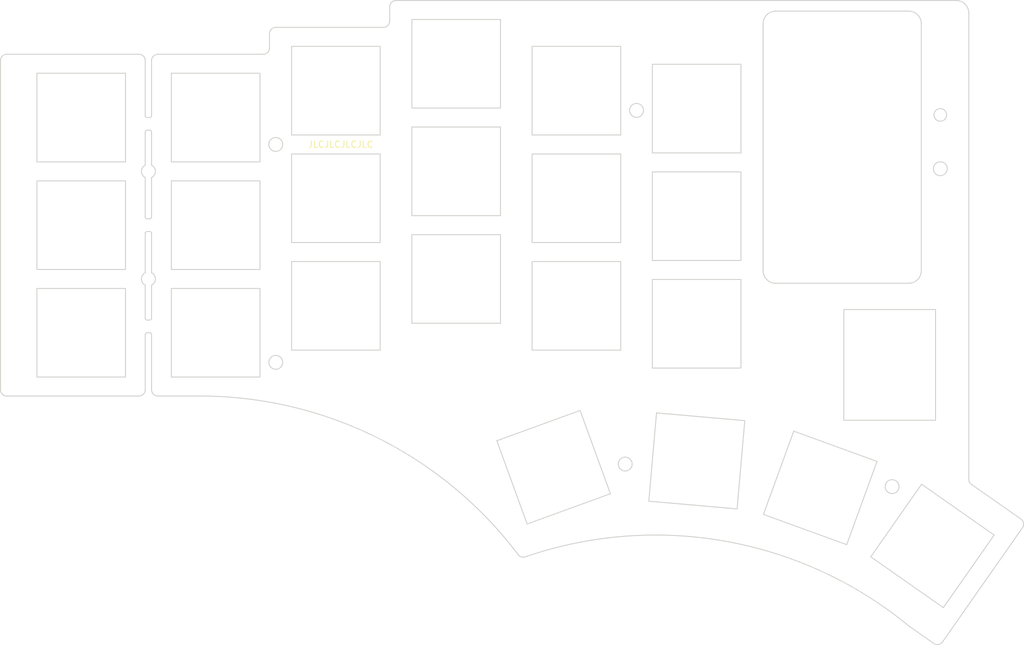
<source format=kicad_pcb>

            
(kicad_pcb (version 20221018) (generator pcbnew)

  (general
    (thickness 1.6)
  )

  (paper "A3")
  (title_block
    (title "porcupine_top_plate_vertical_scroll")
    (rev "v2.0.1")
    (company "Anarion")
  )

  (layers
    (0 "F.Cu" signal)
    (31 "B.Cu" signal)
    (32 "B.Adhes" user "B.Adhesive")
    (33 "F.Adhes" user "F.Adhesive")
    (34 "B.Paste" user)
    (35 "F.Paste" user)
    (36 "B.SilkS" user "B.Silkscreen")
    (37 "F.SilkS" user "F.Silkscreen")
    (38 "B.Mask" user)
    (39 "F.Mask" user)
    (40 "Dwgs.User" user "User.Drawings")
    (41 "Cmts.User" user "User.Comments")
    (42 "Eco1.User" user "User.Eco1")
    (43 "Eco2.User" user "User.Eco2")
    (44 "Edge.Cuts" user)
    (45 "Margin" user)
    (46 "B.CrtYd" user "B.Courtyard")
    (47 "F.CrtYd" user "F.Courtyard")
    (48 "B.Fab" user)
    (49 "F.Fab" user)
  )

  (setup
    (last_trace_width 0.25)
    (trace_clearance 0.2)
    (zone_clearance 0.508)
    (zone_45_only no)
    (trace_min 0.2)
    (via_size 0.8)
    (via_drill 0.4)
    (via_min_size 0.4)
    (via_min_drill 0.3)
    (uvia_size 0.3)
    (uvia_drill 0.1)
    (uvias_allowed no)
    (uvia_min_size 0.2)
    (uvia_min_drill 0.1)
    (edge_width 0.05)
    (segment_width 0.2)
    (pcb_text_width 0.3)
    (pcb_text_size 1.5 1.5)
    (mod_edge_width 0.12)
    (mod_text_size 1 1)
    (mod_text_width 0.15)
    (pad_size 1.524 1.524)
    (pad_drill 0.762)
    (pad_to_mask_clearance 0.05)
    (aux_axis_origin 0 0)
    (visible_elements FFFFFF7F)
    (pcbplotparams
      (layerselection 0x00010fc_ffffffff)
      (plot_on_all_layers_selection 0x0000000_00000000)
      (disableapertmacros false)
      (usegerberextensions false)
      (usegerberattributes true)
      (usegerberadvancedattributes true)
      (creategerberjobfile true)
      (dashed_line_dash_ratio 12.000000)
      (dashed_line_gap_ratio 3.000000)
      (svgprecision 6)
      (plotframeref false)
      (viasonmask false)
      (mode 1)
      (useauxorigin false)
      (hpglpennumber 1)
      (hpglpenspeed 20)
      (hpglpendiameter 15.000000)
      (dxfpolygonmode true)
      (dxfimperialunits true)
      (dxfusepcbnewfont true)
      (psnegative false)
      (psa4output false)
      (plotreference true)
      (plotvalue true)
      (plotinvisibletext false)
      (sketchpadsonfab false)
      (subtractmaskfromsilk false)
      (outputformat 1)
      (mirror false)
      (drillshape 1)
      (scaleselection 1)
      (outputdirectory "")
    )
  )

            (net 0 "")
            
  (net_class Default "This is the default net class."
    (clearance 0.2)
    (trace_width 0.25)
    (via_dia 0.8)
    (via_drill 0.4)
    (uvia_dia 0.3)
    (uvia_drill 0.1)
    (add_net "")
  )

            
  (net_class Power "This is the power net class."
    (clearance 0.2)
    (trace_width 0.5)
    (via_dia 0.8)
    (via_drill 0.4)
    (uvia_dia 0.3)
    (uvia_drill 0.1)
    
  )

            
            (gr_text "JLCJLCJLCJLC" (at 185.75 120.25 0) (layer F.SilkS)
                (effects (font (size 1 1) (thickness 0.15) ) (justify left))
            )
        
            (gr_line (start 138.25 160) (end 159.125 160) (layer "Edge.Cuts") (width 0.15))
(gr_line (start 162.125 160) (end 168.74803921568628 160) (layer "Edge.Cuts") (width 0.15))
(gr_line (start 138.25 106) (end 159.125 106) (layer "Edge.Cuts") (width 0.15))
(gr_line (start 162.125 106) (end 178.75 106) (layer "Edge.Cuts") (width 0.15))
(gr_line (start 180.75 101.75) (end 197.75 101.75) (layer "Edge.Cuts") (width 0.15))
(gr_line (start 179.75 105) (end 179.75 102.75) (layer "Edge.Cuts") (width 0.15))
(gr_line (start 199.75 97.5) (end 288.25 97.5) (layer "Edge.Cuts") (width 0.15))
(gr_line (start 198.75 100.75) (end 198.75 98.5) (layer "Edge.Cuts") (width 0.15))
(gr_line (start 137.25 159) (end 137.25 107) (layer "Edge.Cuts") (width 0.15))
(gr_line (start 290.6764236 173.965851065496) (end 298.4777653965948 179.42840939297417) (layer "Edge.Cuts") (width 0.15))
(gr_line (start 286.10465934518083 198.842482747364) (end 298.7233409965948 180.82113779297424) (layer "Edge.Cuts") (width 0.15))
(gr_line (start 284.7119309451809 199.08805844736403) (end 280.84878675533037 196.38305586379494) (layer "Edge.Cuts") (width 0.15))
(gr_line (start 160.425 148) (end 160.825 148) (layer "Edge.Cuts") (width 0.15))
(gr_line (start 161.125 147.7) (end 161.125 142.4797959) (layer "Edge.Cuts") (width 0.15))
(gr_line (start 161.125 140.5202041) (end 161.125 134.3) (layer "Edge.Cuts") (width 0.15))
(gr_line (start 160.825 134) (end 160.425 134) (layer "Edge.Cuts") (width 0.15))
(gr_line (start 160.125 134.3) (end 160.125 140.5202041) (layer "Edge.Cuts") (width 0.15))
(gr_line (start 160.125 142.4797959) (end 160.125 147.7) (layer "Edge.Cuts") (width 0.15))
(gr_arc (start 160.825 148) (mid 161.03713203435595 147.91213203435595) (end 161.125 147.7) (layer "Edge.Cuts") (width 0.15))
(gr_arc (start 161.125 134.3) (mid 161.03713203435595 134.08786796564405) (end 160.825 134) (layer "Edge.Cuts") (width 0.15))
(gr_arc (start 160.425 134) (mid 160.21286796564405 134.08786796564405) (end 160.125 134.3) (layer "Edge.Cuts") (width 0.15))
(gr_arc (start 160.125 147.7) (mid 160.21286796564405 147.91213203435595) (end 160.425 148) (layer "Edge.Cuts") (width 0.15))
(gr_line (start 160.425 132) (end 160.825 132) (layer "Edge.Cuts") (width 0.15))
(gr_line (start 161.125 131.7) (end 161.125 125.4797959) (layer "Edge.Cuts") (width 0.15))
(gr_line (start 161.125 123.5202041) (end 161.125 118.3) (layer "Edge.Cuts") (width 0.15))
(gr_line (start 160.825 118) (end 160.425 118) (layer "Edge.Cuts") (width 0.15))
(gr_line (start 160.125 118.3) (end 160.125 123.5202041) (layer "Edge.Cuts") (width 0.15))
(gr_line (start 160.125 125.4797959) (end 160.125 131.7) (layer "Edge.Cuts") (width 0.15))
(gr_arc (start 160.825 132) (mid 161.03713203435595 131.91213203435595) (end 161.125 131.7) (layer "Edge.Cuts") (width 0.15))
(gr_arc (start 161.125 118.3) (mid 161.03713203435595 118.08786796564404) (end 160.825 118) (layer "Edge.Cuts") (width 0.15))
(gr_arc (start 160.425 118) (mid 160.21286796564405 118.08786796564404) (end 160.125 118.3) (layer "Edge.Cuts") (width 0.15))
(gr_arc (start 160.125 131.7) (mid 160.21286796564405 131.91213203435595) (end 160.425 132) (layer "Edge.Cuts") (width 0.15))
(gr_line (start 160.425 116) (end 160.825 116) (layer "Edge.Cuts") (width 0.15))
(gr_line (start 161.125 115.7) (end 161.125 107) (layer "Edge.Cuts") (width 0.15))
(gr_line (start 160.125 107) (end 160.125 115.7) (layer "Edge.Cuts") (width 0.15))
(gr_arc (start 160.825 116) (mid 161.03713203435595 115.91213203435596) (end 161.125 115.7) (layer "Edge.Cuts") (width 0.15))
(gr_arc (start 160.125 115.7) (mid 160.21286796564405 115.91213203435596) (end 160.425 116) (layer "Edge.Cuts") (width 0.15))
(gr_line (start 161.125 159) (end 161.125 150.3) (layer "Edge.Cuts") (width 0.15))
(gr_line (start 160.825 150) (end 160.425 150) (layer "Edge.Cuts") (width 0.15))
(gr_line (start 160.125 150.3) (end 160.125 159) (layer "Edge.Cuts") (width 0.15))
(gr_arc (start 161.125 150.3) (mid 161.03713203435595 150.08786796564405) (end 160.825 150) (layer "Edge.Cuts") (width 0.15))
(gr_arc (start 160.425 150) (mid 160.21286796564405 150.08786796564405) (end 160.125 150.3) (layer "Edge.Cuts") (width 0.15))
(gr_line (start 290.25 173.146699065496) (end 290.25 99.5) (layer "Edge.Cuts") (width 0.15))
(gr_arc (start 290.25 99.5) (mid 289.6642135623731 98.08578643762691) (end 288.25 97.5) (layer "Edge.Cuts") (width 0.15))
(gr_arc (start 219.05387094487844 185.07216631600198) (mid 196.85202700895798 166.61493036283633) (end 168.7480392156872 160.0000000305133) (layer "Edge.Cuts") (width 0.15))
(gr_arc (start 280.78664525441167 196.33582520144978) (mid 251.90794440985337 182.9652886276343) (end 220.1786587055026 185.41539871351006) (layer "Edge.Cuts") (width 0.15))
(gr_arc (start 159.125 160) (mid 159.83210678118655 159.70710678118655) (end 160.125 159) (layer "Edge.Cuts") (width 0.15))
(gr_arc (start 161.125 159) (mid 161.41789321881345 159.70710678118655) (end 162.125 160) (layer "Edge.Cuts") (width 0.15))
(gr_arc (start 219.0538709580178 185.07216630609523) (mid 219.56047866005002 185.42659628497486) (end 220.17865872213488 185.41539876169034) (layer "Edge.Cuts") (width 0.15))
(gr_arc (start 280.7866452896125 196.3358251587071) (mid 280.81725506373203 196.3600469932722) (end 280.8487868142165 196.38305577969675) (layer "Edge.Cuts") (width 0.15))
(gr_arc (start 284.71193095939736 199.0880584270608) (mid 285.4591555553984 199.25371409463668) (end 286.1046593919786 198.84248278013214) (layer "Edge.Cuts") (width 0.15))
(gr_arc (start 298.72334104339257 180.8211378257424) (mid 298.8889967488475 180.07391321099982) (end 298.47776542936293 179.4284093461764) (layer "Edge.Cuts") (width 0.15))
(gr_arc (start 290.25 173.146699065496) (mid 290.3629891678316 173.60844768067088) (end 290.6764235672319 173.96585111229376) (layer "Edge.Cuts") (width 0.15))
(gr_arc (start 199.75 97.5) (mid 199.04289321881345 97.79289321881345) (end 198.75 98.5) (layer "Edge.Cuts") (width 0.15))
(gr_arc (start 197.75 101.75) (mid 198.45710678118655 101.45710678118655) (end 198.75 100.75) (layer "Edge.Cuts") (width 0.15))
(gr_arc (start 180.75 101.75) (mid 180.04289321881345 102.04289321881345) (end 179.75 102.75) (layer "Edge.Cuts") (width 0.15))
(gr_arc (start 178.75 106) (mid 179.45710678118655 105.70710678118655) (end 179.75 105) (layer "Edge.Cuts") (width 0.15))
(gr_arc (start 162.125 106) (mid 161.41789321881345 106.29289321881345) (end 161.125 107) (layer "Edge.Cuts") (width 0.15))
(gr_arc (start 160.125 107) (mid 159.83210678118655 106.29289321881345) (end 159.125 106) (layer "Edge.Cuts") (width 0.15))
(gr_arc (start 138.25 106) (mid 137.54289321881345 106.29289321881345) (end 137.25 107) (layer "Edge.Cuts") (width 0.15))
(gr_arc (start 137.25 159) (mid 137.54289321881345 159.70710678118655) (end 138.25 160) (layer "Edge.Cuts") (width 0.15))
(gr_arc (start 161.12499999883124 125.4797958977097) (mid 161.725 124.5) (end 161.12499999883124 123.5202041022903) (layer "Edge.Cuts") (width 0.15))
(gr_arc (start 160.12500000116876 123.5202041022903) (mid 159.525 124.5) (end 160.12500000116876 125.4797958977097) (layer "Edge.Cuts") (width 0.15))
(gr_arc (start 161.12499999883124 142.4797958977097) (mid 161.725 141.5) (end 161.12499999883124 140.5202041022903) (layer "Edge.Cuts") (width 0.15))
(gr_arc (start 160.12500000116876 140.5202041022903) (mid 159.525 141.5) (end 160.12500000116876 142.4797958977097) (layer "Edge.Cuts") (width 0.15))
(gr_line (start 143 157) (end 157 157) (layer "Edge.Cuts") (width 0.15))
(gr_line (start 157 157) (end 157 143) (layer "Edge.Cuts") (width 0.15))
(gr_line (start 157 143) (end 143 143) (layer "Edge.Cuts") (width 0.15))
(gr_line (start 143 143) (end 143 157) (layer "Edge.Cuts") (width 0.15))
(gr_line (start 143 140) (end 157 140) (layer "Edge.Cuts") (width 0.15))
(gr_line (start 157 140) (end 157 126) (layer "Edge.Cuts") (width 0.15))
(gr_line (start 157 126) (end 143 126) (layer "Edge.Cuts") (width 0.15))
(gr_line (start 143 126) (end 143 140) (layer "Edge.Cuts") (width 0.15))
(gr_line (start 143 123) (end 157 123) (layer "Edge.Cuts") (width 0.15))
(gr_line (start 157 123) (end 157 109) (layer "Edge.Cuts") (width 0.15))
(gr_line (start 157 109) (end 143 109) (layer "Edge.Cuts") (width 0.15))
(gr_line (start 143 109) (end 143 123) (layer "Edge.Cuts") (width 0.15))
(gr_line (start 164.25 157) (end 178.25 157) (layer "Edge.Cuts") (width 0.15))
(gr_line (start 178.25 157) (end 178.25 143) (layer "Edge.Cuts") (width 0.15))
(gr_line (start 178.25 143) (end 164.25 143) (layer "Edge.Cuts") (width 0.15))
(gr_line (start 164.25 143) (end 164.25 157) (layer "Edge.Cuts") (width 0.15))
(gr_line (start 164.25 140) (end 178.25 140) (layer "Edge.Cuts") (width 0.15))
(gr_line (start 178.25 140) (end 178.25 126) (layer "Edge.Cuts") (width 0.15))
(gr_line (start 178.25 126) (end 164.25 126) (layer "Edge.Cuts") (width 0.15))
(gr_line (start 164.25 126) (end 164.25 140) (layer "Edge.Cuts") (width 0.15))
(gr_line (start 164.25 123) (end 178.25 123) (layer "Edge.Cuts") (width 0.15))
(gr_line (start 178.25 123) (end 178.25 109) (layer "Edge.Cuts") (width 0.15))
(gr_line (start 178.25 109) (end 164.25 109) (layer "Edge.Cuts") (width 0.15))
(gr_line (start 164.25 109) (end 164.25 123) (layer "Edge.Cuts") (width 0.15))
(gr_line (start 183.25 152.75) (end 197.25 152.75) (layer "Edge.Cuts") (width 0.15))
(gr_line (start 197.25 152.75) (end 197.25 138.75) (layer "Edge.Cuts") (width 0.15))
(gr_line (start 197.25 138.75) (end 183.25 138.75) (layer "Edge.Cuts") (width 0.15))
(gr_line (start 183.25 138.75) (end 183.25 152.75) (layer "Edge.Cuts") (width 0.15))
(gr_line (start 183.25 135.75) (end 197.25 135.75) (layer "Edge.Cuts") (width 0.15))
(gr_line (start 197.25 135.75) (end 197.25 121.75) (layer "Edge.Cuts") (width 0.15))
(gr_line (start 197.25 121.75) (end 183.25 121.75) (layer "Edge.Cuts") (width 0.15))
(gr_line (start 183.25 121.75) (end 183.25 135.75) (layer "Edge.Cuts") (width 0.15))
(gr_line (start 183.25 118.75) (end 197.25 118.75) (layer "Edge.Cuts") (width 0.15))
(gr_line (start 197.25 118.75) (end 197.25 104.75) (layer "Edge.Cuts") (width 0.15))
(gr_line (start 197.25 104.75) (end 183.25 104.75) (layer "Edge.Cuts") (width 0.15))
(gr_line (start 183.25 104.75) (end 183.25 118.75) (layer "Edge.Cuts") (width 0.15))
(gr_line (start 202.25 148.5) (end 216.25 148.5) (layer "Edge.Cuts") (width 0.15))
(gr_line (start 216.25 148.5) (end 216.25 134.5) (layer "Edge.Cuts") (width 0.15))
(gr_line (start 216.25 134.5) (end 202.25 134.5) (layer "Edge.Cuts") (width 0.15))
(gr_line (start 202.25 134.5) (end 202.25 148.5) (layer "Edge.Cuts") (width 0.15))
(gr_line (start 202.25 131.5) (end 216.25 131.5) (layer "Edge.Cuts") (width 0.15))
(gr_line (start 216.25 131.5) (end 216.25 117.5) (layer "Edge.Cuts") (width 0.15))
(gr_line (start 216.25 117.5) (end 202.25 117.5) (layer "Edge.Cuts") (width 0.15))
(gr_line (start 202.25 117.5) (end 202.25 131.5) (layer "Edge.Cuts") (width 0.15))
(gr_line (start 202.25 114.5) (end 216.25 114.5) (layer "Edge.Cuts") (width 0.15))
(gr_line (start 216.25 114.5) (end 216.25 100.5) (layer "Edge.Cuts") (width 0.15))
(gr_line (start 216.25 100.5) (end 202.25 100.5) (layer "Edge.Cuts") (width 0.15))
(gr_line (start 202.25 100.5) (end 202.25 114.5) (layer "Edge.Cuts") (width 0.15))
(gr_line (start 221.25 152.75) (end 235.25 152.75) (layer "Edge.Cuts") (width 0.15))
(gr_line (start 235.25 152.75) (end 235.25 138.75) (layer "Edge.Cuts") (width 0.15))
(gr_line (start 235.25 138.75) (end 221.25 138.75) (layer "Edge.Cuts") (width 0.15))
(gr_line (start 221.25 138.75) (end 221.25 152.75) (layer "Edge.Cuts") (width 0.15))
(gr_line (start 221.25 135.75) (end 235.25 135.75) (layer "Edge.Cuts") (width 0.15))
(gr_line (start 235.25 135.75) (end 235.25 121.75) (layer "Edge.Cuts") (width 0.15))
(gr_line (start 235.25 121.75) (end 221.25 121.75) (layer "Edge.Cuts") (width 0.15))
(gr_line (start 221.25 121.75) (end 221.25 135.75) (layer "Edge.Cuts") (width 0.15))
(gr_line (start 221.25 118.75) (end 235.25 118.75) (layer "Edge.Cuts") (width 0.15))
(gr_line (start 235.25 118.75) (end 235.25 104.75) (layer "Edge.Cuts") (width 0.15))
(gr_line (start 235.25 104.75) (end 221.25 104.75) (layer "Edge.Cuts") (width 0.15))
(gr_line (start 221.25 104.75) (end 221.25 118.75) (layer "Edge.Cuts") (width 0.15))
(gr_line (start 240.25 155.5833333) (end 254.25 155.5833333) (layer "Edge.Cuts") (width 0.15))
(gr_line (start 254.25 155.5833333) (end 254.25 141.5833333) (layer "Edge.Cuts") (width 0.15))
(gr_line (start 254.25 141.5833333) (end 240.25 141.5833333) (layer "Edge.Cuts") (width 0.15))
(gr_line (start 240.25 141.5833333) (end 240.25 155.5833333) (layer "Edge.Cuts") (width 0.15))
(gr_line (start 240.25 138.5833333) (end 254.25 138.5833333) (layer "Edge.Cuts") (width 0.15))
(gr_line (start 254.25 138.5833333) (end 254.25 124.58333329999999) (layer "Edge.Cuts") (width 0.15))
(gr_line (start 254.25 124.58333329999999) (end 240.25 124.58333329999999) (layer "Edge.Cuts") (width 0.15))
(gr_line (start 240.25 124.58333329999999) (end 240.25 138.5833333) (layer "Edge.Cuts") (width 0.15))
(gr_line (start 240.25 121.58333329999999) (end 254.25 121.58333329999999) (layer "Edge.Cuts") (width 0.15))
(gr_line (start 254.25 121.58333329999999) (end 254.25 107.58333329999999) (layer "Edge.Cuts") (width 0.15))
(gr_line (start 254.25 107.58333329999999) (end 240.25 107.58333329999999) (layer "Edge.Cuts") (width 0.15))
(gr_line (start 240.25 107.58333329999999) (end 240.25 121.58333329999999) (layer "Edge.Cuts") (width 0.15))
(gr_line (start 233.6219893 175.4337073) (end 228.83370730000001 162.2780107) (layer "Edge.Cuts") (width 0.15))
(gr_line (start 228.83370730000001 162.2780107) (end 215.67801070000002 167.0662927) (layer "Edge.Cuts") (width 0.15))
(gr_line (start 215.67801070000002 167.0662927) (end 220.4662927 180.2219893) (layer "Edge.Cuts") (width 0.15))
(gr_line (start 220.4662927 180.2219893) (end 233.6219893 175.4337073) (layer "Edge.Cuts") (width 0.15))
(gr_line (start 253.6363703 177.83572779999997) (end 254.8565507 163.88900199999998) (layer "Edge.Cuts") (width 0.15))
(gr_line (start 254.8565507 163.88900199999998) (end 240.9098249 162.6688216) (layer "Edge.Cuts") (width 0.15))
(gr_line (start 240.9098249 162.6688216) (end 239.68964449999999 176.6155474) (layer "Edge.Cuts") (width 0.15))
(gr_line (start 239.68964449999999 176.6155474) (end 253.6363703 177.83572779999997) (layer "Edge.Cuts") (width 0.15))
(gr_line (start 270.95921269999997 183.49024419999998) (end 275.7474947 170.33454759999998) (layer "Edge.Cuts") (width 0.15))
(gr_line (start 275.7474947 170.33454759999998) (end 262.5917981 165.5462656) (layer "Edge.Cuts") (width 0.15))
(gr_line (start 262.5917981 165.5462656) (end 257.80351609999997 178.7019622) (layer "Edge.Cuts") (width 0.15))
(gr_line (start 257.80351609999997 178.7019622) (end 270.95921269999997 183.49024419999998) (layer "Edge.Cuts") (width 0.15))
(gr_line (start 286.2282972 193.4355693) (end 294.2583673 181.9674406) (layer "Edge.Cuts") (width 0.15))
(gr_line (start 294.2583673 181.9674406) (end 282.7902386 173.9373705) (layer "Edge.Cuts") (width 0.15))
(gr_line (start 282.7902386 173.9373705) (end 274.7601685 185.40549919999998) (layer "Edge.Cuts") (width 0.15))
(gr_line (start 274.7601685 185.40549919999998) (end 286.2282972 193.4355693) (layer "Edge.Cuts") (width 0.15))
(gr_line (start 259.75 142.1833333) (end 280.75 142.1833333) (layer "Edge.Cuts") (width 0.15))
(gr_arc (start 280.75 142.1833333) (mid 282.1642135623731 141.5975468623731) (end 282.75 140.1833333) (layer "Edge.Cuts") (width 0.15))
(gr_line (start 282.75 140.1833333) (end 282.75 101.18333329999999) (layer "Edge.Cuts") (width 0.15))
(gr_arc (start 282.75 101.18333329999999) (mid 282.1642135623731 99.7691197376269) (end 280.75 99.18333329999999) (layer "Edge.Cuts") (width 0.15))
(gr_line (start 280.75 99.18333329999999) (end 259.75 99.18333329999999) (layer "Edge.Cuts") (width 0.15))
(gr_arc (start 259.75 99.18333329999999) (mid 258.3357864376269 99.7691197376269) (end 257.75 101.18333329999999) (layer "Edge.Cuts") (width 0.15))
(gr_line (start 257.75 101.18333329999999) (end 257.75 140.1833333) (layer "Edge.Cuts") (width 0.15))
(gr_arc (start 257.75 140.1833333) (mid 258.3357864376269 141.5975468623731) (end 259.75 142.1833333) (layer "Edge.Cuts") (width 0.15))
(gr_circle (center 180.75 120.25) (end 181.85 120.25) (layer "Edge.Cuts") (width 0.15))
(gr_circle (center 180.75 154.675) (end 181.85 154.675) (layer "Edge.Cuts") (width 0.15))
(gr_circle (center 237.75 114.86666665) (end 238.85 114.86666665) (layer "Edge.Cuts") (width 0.15))
(gr_circle (center 235.9615488 170.75113735) (end 237.0615488 170.75113735) (layer "Edge.Cuts") (width 0.15))
(gr_circle (center 285.75 124.08333329999999) (end 286.85 124.08333329999999) (layer "Edge.Cuts") (width 0.15))
(gr_circle (center 278.13582915 174.3125039) (end 279.23582915000003 174.3125039) (layer "Edge.Cuts") (width 0.15))
(gr_circle (center 285.75 115.58333329999999) (end 286.75 115.58333329999999) (layer "Edge.Cuts") (width 0.15))
(gr_line (start 285 163.8333333) (end 285 146.3333333) (layer "Edge.Cuts") (width 0.15))
(gr_line (start 285 146.3333333) (end 270.5 146.3333333) (layer "Edge.Cuts") (width 0.15))
(gr_line (start 270.5 146.3333333) (end 270.5 163.8333333) (layer "Edge.Cuts") (width 0.15))
(gr_line (start 270.5 163.8333333) (end 285 163.8333333) (layer "Edge.Cuts") (width 0.15))
            
)

        
</source>
